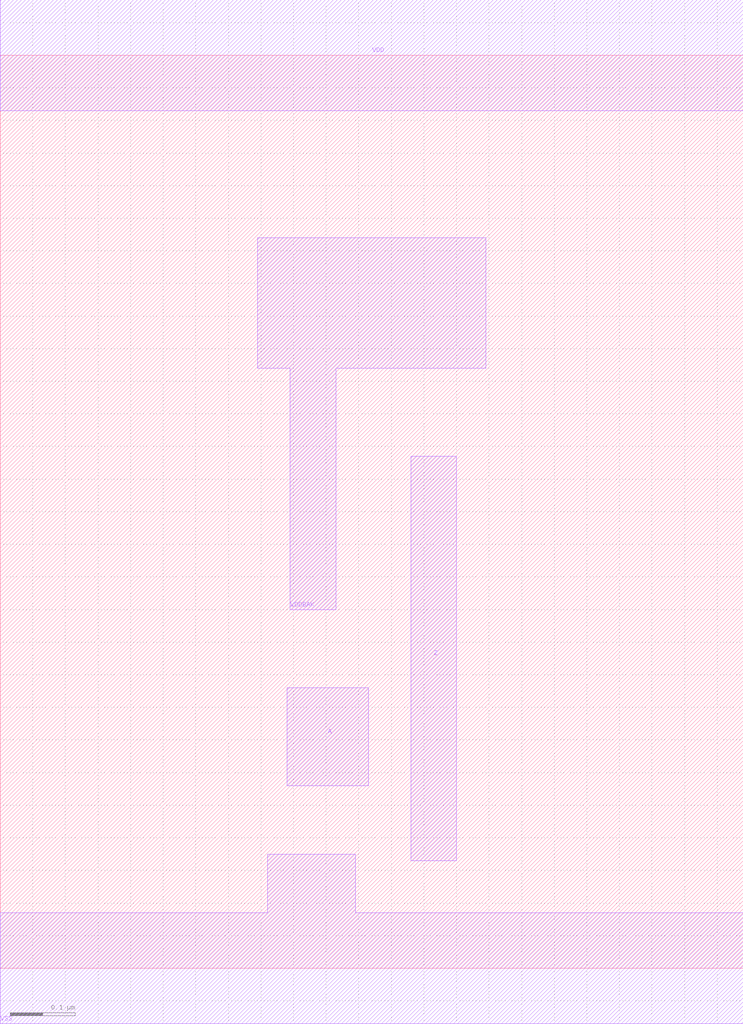
<source format=lef>
# 
# ******************************************************************************
# *                                                                            *
# *                   Copyright (C) 2004-2011, Nangate Inc.                    *
# *                           All rights reserved.                             *
# *                                                                            *
# * Nangate and the Nangate logo are trademarks of Nangate Inc.                *
# *                                                                            *
# * All trademarks, logos, software marks, and trade names (collectively the   *
# * "Marks") in this program are proprietary to Nangate or other respective    *
# * owners that have granted Nangate the right and license to use such Marks.  *
# * You are not permitted to use the Marks without the prior written consent   *
# * of Nangate or such third party that may own the Marks.                     *
# *                                                                            *
# * This file has been provided pursuant to a License Agreement containing     *
# * restrictions on its use. This file contains valuable trade secrets and     *
# * proprietary information of Nangate Inc., and is protected by U.S. and      *
# * international laws and/or treaties.                                        *
# *                                                                            *
# * The copyright notice(s) in this file does not indicate actual or intended  *
# * publication of this file.                                                  *
# *                                                                            *
# *     NGLibraryCreator, v2010.08-HR32-SP3-2010-08-05 - build 1009061800      *
# *                                                                            *
# ******************************************************************************
# 
# 
# Running on server08.nangate.com for user Giancarlo Franciscatto (gfr).
# Local time is now Thu, 6 Jan 2011, 18:10:28.
# Main process id is 3320.

VERSION 5.6 ;
BUSBITCHARS "[]" ;
DIVIDERCHAR "/" ;

MACRO AON_INV_X2
  CLASS core ;
  FOREIGN AON_INV_X2 0.0 0.0 ;
  ORIGIN 0 0 ;
  SYMMETRY X Y ;
  SITE FreePDK45_38x28_10R_NP_162NW_34O ;
  SIZE 1.14 BY 1.4 ;
  PIN A
    DIRECTION INPUT ;
    ANTENNAPARTIALMETALAREA 0.01875 LAYER metal1 ;
    ANTENNAPARTIALMETALSIDEAREA 0.0715 LAYER metal1 ;
    ANTENNAGATEAREA 0.0225 ;
    PORT
      LAYER metal1 ;
        POLYGON 0.44 0.28 0.565 0.28 0.565 0.43 0.44 0.43  ;
    END
  END A
  PIN Z
    DIRECTION OUTPUT ;
    ANTENNAPARTIALMETALAREA 0.0434 LAYER metal1 ;
    ANTENNAPARTIALMETALSIDEAREA 0.1794 LAYER metal1 ;
    ANTENNADIFFAREA 0.04725 ;
    PORT
      LAYER metal1 ;
        POLYGON 0.63 0.165 0.7 0.165 0.7 0.785 0.63 0.785  ;
    END
  END Z
  PIN VDD
    DIRECTION INOUT ;
    USE power ;
    SHAPE ABUTMENT ;
    PORT
      LAYER metal1 ;
        POLYGON 0 1.315 1.14 1.315 1.14 1.485 0 1.485  ;
    END
  END VDD
  PIN VDDBAK
    DIRECTION INOUT ;
    USE power ;
    SHAPE ABUTMENT ;
    PORT
      LAYER metal1 ;
        POLYGON 0.395 0.92 0.445 0.92 0.445 0.55 0.515 0.55 0.515 0.92 0.745 0.92 0.745 1.12 0.395 1.12  ;
    END
  END VDDBAK
  PIN VSS
    DIRECTION INOUT ;
    USE ground ;
    SHAPE ABUTMENT ;
    PORT
      LAYER metal1 ;
        POLYGON 0 -0.085 1.14 -0.085 1.14 0.085 0.545 0.085 0.545 0.175 0.41 0.175 0.41 0.085 0 0.085  ;
    END
  END VSS
END AON_INV_X2

END LIBRARY
#
# End of file
#

</source>
